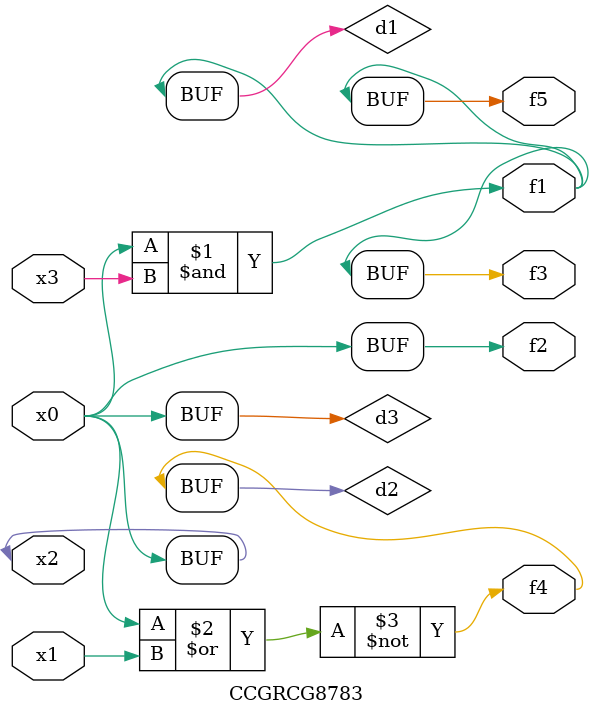
<source format=v>
module CCGRCG8783(
	input x0, x1, x2, x3,
	output f1, f2, f3, f4, f5
);

	wire d1, d2, d3;

	and (d1, x2, x3);
	nor (d2, x0, x1);
	buf (d3, x0, x2);
	assign f1 = d1;
	assign f2 = d3;
	assign f3 = d1;
	assign f4 = d2;
	assign f5 = d1;
endmodule

</source>
